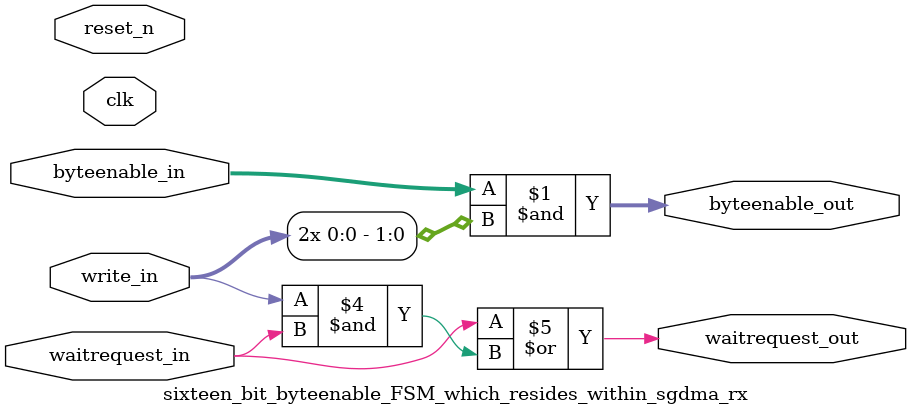
<source format=v>
module sixteen_bit_byteenable_FSM_which_resides_within_sgdma_rx (
                                                                   byteenable_in,
                                                                   clk,
                                                                   reset_n,
                                                                   waitrequest_in,
                                                                   write_in,
                                                                   byteenable_out,
                                                                   waitrequest_out
                                                                )
;
  output  [  1: 0] byteenable_out;
  output           waitrequest_out;
  input   [  1: 0] byteenable_in;
  input            clk;
  input            reset_n;
  input            waitrequest_in;
  input            write_in;
  wire    [  1: 0] byteenable_out;
  wire             waitrequest_out;
  assign byteenable_out = byteenable_in & {2{write_in}};
  assign waitrequest_out = waitrequest_in | ((write_in == 1) & (waitrequest_in == 1));
endmodule
</source>
